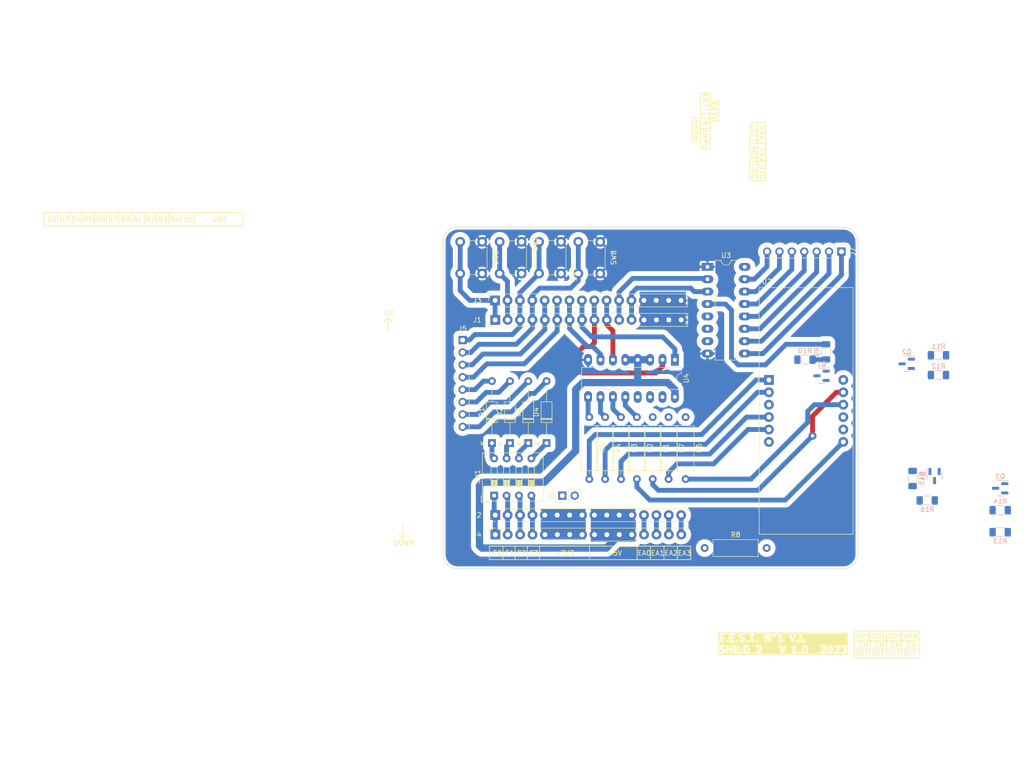
<source format=kicad_pcb>
(kicad_pcb (version 20221018) (generator pcbnew)
  (title_block (title "Shild 1") (date "2023-02-03") (rev "Rev. 2.0") (company "E.E.S.T. N°1 V.L."))
  (layers (0 "F.Cu" signal) (31 "B.Cu" signal) (34 "B.Paste" user) (35 "F.Paste" user) (36 "B.SilkS" user "B.Silkscreen") (37 "F.SilkS" user "F.Silkscreen") (38 "B.Mask" user) (39 "F.Mask" user) (44 "Edge.Cuts" user))
  (net 0 "")
  (net 1 "GND")
  (net 2 "+3.3V")
  (net 3 "Net-(D1-K)")
  (net 4 "Net-(D2-K)")
  (net 5 "Net-(D3-K)")
  (net 6 "Net-(D4-K)")
  (net 7 "+5V")
  (net 8 "/EAE0")
  (net 9 "/EAE1")
  (net 10 "/EAE2")
  (net 11 "/EAE3")
  (net 12 "Net-(D1-A)")
  (net 13 "Net-(D2-A)")
  (net 14 "Net-(D3-A)")
  (net 15 "Net-(D4-A)")
  (net 16 "/PD2{slash}SW5")
  (net 17 "/PD3{slash}SW6")
  (net 18 "/PD4{slash}SW7{slash}F1")
  (net 19 "/PD5{slash}SW8{slash}F2")
  (net 20 "/PD6{slash}F3")
  (net 21 "/PD7{slash}F4")
  (net 22 "/PB0{slash}BCD-A")
  (net 23 "/PB1{slash}BCD-B")
  (net 24 "/PB2{slash}BCD-C")
  (net 25 "/PB3{slash}BCD-D")
  (net 26 "/PB4{slash}S0")
  (net 27 "/PB5{slash}S1")
  (net 28 "/PC0{slash}C1")
  (net 29 "/PC1{slash}C2")
  (net 30 "/PC2{slash}C3")
  (net 31 "/PC3{slash}C4{slash}DP")
  (net 32 "/dp")
  (net 33 "/~{Q3}")
  (net 34 "/~{Q2}")
  (net 35 "/~{Q1}")
  (net 36 "/~{Q0}")
  (net 37 "/A1")
  (net 38 "/A0")
  (net 39 "/~{EN}")
  (net 40 "Net-(Q1-G)")
  (net 41 "/DSP1_d")
  (net 42 "Net-(Q2-G)")
  (net 43 "/DSP2_d")
  (net 44 "Net-(Q3-G)")
  (net 45 "/DSP3_d")
  (net 46 "Net-(Q4-G)")
  (net 47 "/DSP4_d")
  (net 48 "/a")
  (net 49 "Net-(U2-a)")
  (net 50 "/b")
  (net 51 "Net-(U2-b)")
  (net 52 "/c")
  (net 53 "Net-(U2-c)")
  (net 54 "/d")
  (net 55 "Net-(U2-d)")
  (net 56 "/e")
  (net 57 "Net-(U2-e)")
  (net 58 "/f")
  (net 59 "Net-(U2-f)")
  (net 60 "/g")
  (net 61 "Net-(U2-g)")
  (net 62 "Net-(U2-DPX)")
  (net 63 "/DSP1")
  (net 64 "/DSP2")
  (net 65 "/DSP3")
  (net 66 "/DSP4")
  (footprint "Resistor_THT:R_Axial_DIN0309_L9.0mm_D3.2mm_P12.70mm_Horizontal" (layer "F.Cu") (at 166.75 109.17 -90)
    (fp_text reference "R6")
    (fp_text value "220")
  )
  (footprint "Package_DIP:DIP-16_W7.62mm_LongPads" (layer "F.Cu") (at 171.225 78.375)
    (fp_text reference "U3")
    (fp_text value "4556")
  )
  (footprint "Resistor_THT:R_Axial_DIN0309_L9.0mm_D3.2mm_P12.70mm_Horizontal" (layer "F.Cu") (at 147 109.17 -90)
    (fp_text reference "R5")
    (fp_text value "220")
  )
  (footprint "Resistor_THT:R_Axial_DIN0309_L9.0mm_D3.2mm_P12.70mm_Horizontal" (layer "F.Cu") (at 153.5 109.17 -90)
    (fp_text reference "R3")
    (fp_text value "220")
  )
  (footprint "Button_Switch_THT:SW_DIP_SPSTx04_Slide_9.78x12.34mm_W7.62mm_P2.54mm" (layer "F.Cu") (at 127.51 125.25 90)
    (fp_text reference "SW1")
    (fp_text value "SW_DIP_x04")
  )
  (footprint "Diode_THT:D_DO-35_SOD27_P12.70mm_Horizontal" (layer "F.Cu") (at 130.75 114.5 90)
    (fp_text reference "D2")
    (fp_text value "1N4148")
  )
  (footprint "Package_DIP:DIP-16_W7.62mm_LongPads" (layer "F.Cu") (at 164.54 97.425 -90)
    (fp_text reference "U4")
    (fp_text value "74LS47")
  )
  (footprint "Connector_PinHeader_2.54mm:PinHeader_1x16_P2.54mm_Vertical" (layer "F.Cu") (at 127.73 129.25 90)
    (fp_text reference "J2")
    (fp_text value "Conn_01x16 Hembra")
  )
  (footprint "Resistor_THT:R_Axial_DIN0309_L9.0mm_D3.2mm_P12.70mm_Horizontal" (layer "F.Cu") (at 160 109.17 -90)
    (fp_text reference "R1")
    (fp_text value "220")
  )
  (footprint "Diode_THT:D_DO-35_SOD27_P12.70mm_Horizontal" (layer "F.Cu") (at 134.5 114.5 90)
    (fp_text reference "D3")
    (fp_text value "1N4148")
  )
  (footprint "Resistor_THT:R_Axial_DIN0309_L9.0mm_D3.2mm_P12.70mm_Horizontal" (layer "F.Cu") (at 163.25 109.17 -90)
    (fp_text reference "R7")
    (fp_text value "220")
  )
  (footprint "Resistor_THT:R_Axial_DIN0309_L9.0mm_D3.2mm_P12.70mm_Horizontal" (layer "F.Cu") (at 156.75 109.17 -90)
    (fp_text reference "R2")
    (fp_text value "220")
  )
  (footprint "Connector_PinHeader_2.54mm:PinHeader_1x07_P2.54mm_Vertical" (layer "F.Cu") (at 198.67 75.25 -90)
    (fp_text reference "J7")
    (fp_text value "Conn_01x07")
  )
  (footprint "Connector_PinHeader_2.54mm:PinHeader_1x16_P2.54mm_Vertical" (layer "F.Cu") (at 127.73 89.25 90)
    (fp_text reference "J1")
    (fp_text value "Conn_01x16 Hembra")
  )
  (footprint "Resistor_THT:R_Axial_DIN0309_L9.0mm_D3.2mm_P12.70mm_Horizontal" (layer "F.Cu") (at 170.65 136)
    (fp_text reference "R8")
    (fp_text value "220")
  )
  (footprint "Button_Switch_THT:SW_PUSH_6mm_H8mm" (layer "F.Cu") (at 125.05 73.25 -90)
    (fp_text reference "SW5")
    (fp_text value "SW_Push")
  )
  (footprint "Connector_PinHeader_2.54mm:PinHeader_1x02_P2.54mm_Vertical" (layer "F.Cu") (at 141.475 125.25 90)
    (fp_text reference "J6")
    (fp_text value "Conn_01x02")
  )
  (footprint "Connector_PinSocket_2.54mm:PinSocket_1x16_P2.54mm_Vertical" (layer "F.Cu") (at 127.7 85.25 90)
    (fp_text reference "J3")
    (fp_text value "Conn_01x16 Hembra")
  )
  (footprint "Button_Switch_THT:SW_PUSH_6mm_H8mm" (layer "F.Cu") (at 133.133333 73.25 -90)
    (fp_text reference "SW6")
    (fp_text value "SW_Push" hide)
  )
  (footprint "Diode_THT:D_DO-35_SOD27_P12.70mm_Horizontal" (layer "F.Cu") (at 138.25 114.5 90)
    (fp_text reference "D4")
    (fp_text value "1N4148")
  )
  (footprint "Button_Switch_THT:SW_PUSH_6mm_H8mm" (layer "F.Cu") (at 149.25 73.25 -90)
    (fp_text reference "SW8")
    (fp_text value "SW_Push")
  )
  (footprint "Display_7Segment:CA56-12CGKWA" (layer "F.Cu") (at 183.81 101.55)
    (fp_text reference "U2")
    (fp_text value "CA56-12CGKWA")
  )
  (footprint "Diode_THT:D_DO-35_SOD27_P12.70mm_Horizontal" (layer "F.Cu") (at 127.05 114.5 90)
    (fp_text reference "D1")
    (fp_text value "1N4148")
  )
  (footprint "Button_Switch_THT:SW_PUSH_6mm_H8mm" (layer "F.Cu") (at 141.216666 73.25 -90)
    (fp_text reference "SW7")
    (fp_text value "SW_Push")
  )
  (footprint "Resistor_THT:R_Axial_DIN0309_L9.0mm_D3.2mm_P12.70mm_Horizontal" (layer "F.Cu") (at 150.25 109.17 -90)
    (fp_text reference "R4")
    (fp_text value "220")
  )
  (footprint "Connector_PinHeader_2.54mm:PinHeader_1x08_P2.54mm_Vertical" (layer "F.Cu") (at 121.05 93.375)
    (fp_text reference "J5")
    (fp_text value "Conn_01x06")
  )
  (footprint "Connector_PinSocket_2.54mm:PinSocket_1x16_P2.54mm_Vertical" (layer "F.Cu") (at 127.75 133.25 90)
    (fp_text reference "J4")
    (fp_text value "Conn_01x16 Hembra")
  )
  (footprint "Package_TO_SOT_SMD:SOT-23" (layer "B.Cu") (at 212.05 98.25 180)
    (fp_text reference "Q2")
    (fp_text value "BSS84")
  )
  (footprint "Package_TO_SOT_SMD:SOT-23" (layer "B.Cu") (at 217.75 121.25 -90)
    (fp_text reference "Q4")
    (fp_text value "BSS84")
  )
  (footprint "Package_TO_SOT_SMD:SOT-23" (layer "B.Cu") (at 194.6 100.7 180)
    (fp_text reference "Q1")
    (fp_text value "BSS84")
  )
  (footprint "Resistor_SMD:R_1206_3216Metric_Pad1.30x1.75mm_HandSolder" (layer "B.Cu") (at 231.2 132.75)
    (fp_text reference "R13")
    (fp_text value "1K")
  )
  (footprint "Resistor_SMD:R_1206_3216Metric_Pad1.30x1.75mm_HandSolder" (layer "B.Cu") (at 218.55 96.5 180)
    (fp_text reference "R11")
    (fp_text value "1K")
  )
  (footprint "Resistor_SMD:R_1206_3216Metric_Pad1.30x1.75mm_HandSolder" (layer "B.Cu") (at 216.25 126.25)
    (fp_text reference "R16")
    (fp_text value "100K")
  )
  (footprint "Resistor_SMD:R_1206_3216Metric_Pad1.30x1.75mm_HandSolder" (layer "B.Cu") (at 213.25 121.75 90)
    (fp_text reference "R15")
    (fp_text value "1K")
  )
  (footprint "Resistor_SMD:R_1206_3216Metric_Pad1.30x1.75mm_HandSolder" (layer "B.Cu") (at 218.55 100.55 180)
    (fp_text reference "R12")
    (fp_text value "100K")
  )
  (footprint "Resistor_SMD:R_1206_3216Metric_Pad1.30x1.75mm_HandSolder" (layer "B.Cu") (at 191.2 97.4 180)
    (fp_text reference "R10")
    (fp_text value "100K")
  )
  (footprint "Resistor_SMD:R_1206_3216Metric_Pad1.30x1.75mm_HandSolder" (layer "B.Cu") (at 231.2 128.25 180)
    (fp_text reference "R14")
    (fp_text value "100K")
  )
  (footprint "Package_TO_SOT_SMD:SOT-23" (layer "B.Cu") (at 231.2 123.75 180)
    (fp_text reference "Q3")
    (fp_text value "BSS84")
  )
  (footprint "Resistor_SMD:R_1206_3216Metric_Pad1.30x1.75mm_HandSolder" (layer "B.Cu") (at 195.5 95.8 -90)
    (fp_text reference "R9")
    (fp_text value "1K")
  )
  (gr_line (start 183.175 48.75) (end 179.925 48.75) (stroke (width 0.15)) (layer "F.SilkS"))
  (gr_line (start 173.55 48.5) (end 172.3 48.5) (stroke (width 0.15)) (layer "F.SilkS"))
  (gr_line (start 58.3 70) (end 58.3 67.25) (stroke (width 0.15)) (layer "F.SilkS"))
  (gr_line (start 159.55 138.375) (end 159.55 135.625) (stroke (width 0.15)) (layer "F.SilkS"))
  (gr_line (start 171.8 42.75) (end 171.8 54.25) (stroke (width 0.15)) (layer "F.SilkS"))
  (gr_line (start 126.55 135.625) (end 126.55 138.375) (stroke (width 0.15)) (layer "F.SilkS"))
  (gr_line (start 179.925 48.75) (end 179.925 60.75) (stroke (width 0.15)) (layer "F.SilkS"))
  (gr_line (start 43.05 70) (end 43.05 67.25) (stroke (width 0.15)) (layer "F.SilkS"))
  (gr_line (start 38.05 70) (end 38.05 67.25) (stroke (width 0.15)) (layer "F.SilkS"))
  (gr_line (start 63.3 70) (end 63.3 67.25) (stroke (width 0.15)) (layer "F.SilkS"))
  (gr_line (start 45.55 70) (end 45.55 67.25) (stroke (width 0.15)) (layer "F.SilkS"))
  (gr_line (start 35.3 67.25) (end 76.05 67.25) (stroke (width 0.15)) (layer "F.SilkS"))
  (gr_line (start 169.8 50) (end 171.8 50) (stroke (width 0.15)) (layer "F.SilkS"))
  (gr_line (start 168.05 52.75) (end 168.05 47.75) (stroke (width 0.15)) (layer "F.SilkS"))
  (gr_line (start 108.05 133.25) (end 108.8 134) (stroke (width 0.15)) (layer "F.SilkS"))
  (gr_line (start 167.8 135.625) (end 167.8 138.375) (stroke (width 0.15)) (layer "F.SilkS"))
  (gr_line (start 168.05 47.75) (end 169.3 47.75) (stroke (width 0.15)) (layer "F.SilkS"))
  (gr_line (start 156.8 138.375) (end 156.8 135.625) (stroke (width 0.15)) (layer "F.SilkS"))
  (gr_line (start 179.925 60.75) (end 183.175 60.75) (stroke (width 0.15)) (layer "F.SilkS"))
  (gr_line (start 183.175 57.5) (end 179.925 57.5) (stroke (width 0.15)) (layer "F.SilkS"))
  (gr_line (start 173.55 44.25) (end 173.55 48.5) (stroke (width 0.15)) (layer "F.SilkS"))
  (gr_line (start 106.55 89.5) (end 105.8 88.75) (stroke (width 0.15)) (layer "F.SilkS"))
  (gr_line (start 171.8 54.25) (end 169.8 54.25) (stroke (width 0.15)) (layer "F.SilkS"))
  (gr_line (start 201.3 153) (end 201.3 158.5) (stroke (width 0.15)) (layer "F.SilkS"))
  (gr_line (start 76.05 70) (end 35.3 70) (stroke (width 0.15)) (layer "F.SilkS"))
  (gr_line (start 214.55 158.5) (end 214.55 153) (stroke (width 0.15)) (layer "F.SilkS"))
  (gr_line (start 162.3 138.375) (end 162.3 135.625) (stroke (width 0.15)) (layer "F.SilkS"))
  (gr_line (start 76.05 67.25) (end 76.05 70) (stroke (width 0.15)) (layer "F.SilkS"))
  (gr_line (start 169.8 54.25) (end 169.8 42.75) (stroke (width 0.15)) (layer "F.SilkS"))
  (gr_line (start 134.3 138.375) (end 134.3 135.625) (stroke (width 0.15)) (layer "F.SilkS"))
  (gr_line (start 35.25 69.975) (end 35.25 67.225) (stroke (width 0.15)) (layer "F.SilkS"))
  (gr_line (start 50.55 70) (end 50.55 67.25) (stroke (width 0.15)) (layer "F.SilkS"))
  (gr_line (start 172.3 44.25) (end 173.55 44.25) (stroke (width 0.15)) (layer "F.SilkS"))
  (gr_line (start 181.55 60.75) (end 181.55 48.75) (stroke (width 0.15)) (layer "F.SilkS"))
  (gr_line (start 40.55 70) (end 40.55 67.25) (stroke (width 0.15)) (layer "F.SilkS"))
  (gr_line (start 204.55 158.5) (end 204.55 153) (stroke (width 0.15)) (layer "F.SilkS"))
  (gr_line (start 201.3 158.5) (end 214.55 158.5) (stroke (width 0.15)) (layer "F.SilkS"))
  (gr_line (start 211.05 158.5) (end 211.05 153) (stroke (width 0.15)) (layer "F.SilkS"))
  (gr_line (start 214.55 153) (end 201.3 153) (stroke (width 0.15)) (layer "F.SilkS"))
  (gr_line (start 165.05 138.375) (end 165.05 135.625) (stroke (width 0.15)) (layer "F.SilkS"))
  (gr_line (start 207.925 158.5) (end 207.925 153) (stroke (width 0.15)) (layer "F.SilkS"))
  (gr_line (start 201.3 156.75) (end 214.55 156.75) (stroke (width 0.15)) (layer "F.SilkS"))
  (gr_line (start 105.8 88.75) (end 106.55 89.5) (stroke (width 0.15)) (layer "F.SilkS"))
  (gr_line (start 201.3 155) (end 214.55 155) (stroke (width 0.15)) (layer "F.SilkS"))
  (gr_line (start 48.05 70) (end 48.05 67.25) (stroke (width 0.15)) (layer "F.SilkS"))
  (gr_line (start 167.8 138.375) (end 126.55 138.375) (stroke (width 0.15)) (layer "F.SilkS"))
  (gr_line (start 66.05 70) (end 66.05 67.25) (stroke (width 0.15)) (layer "F.SilkS"))
  (gr_line (start 169.8 42.75) (end 171.8 42.75) (stroke (width 0.15)) (layer "F.SilkS"))
  (gr_line (start 129.3 138.375) (end 129.3 135.625) (stroke (width 0.15)) (layer "F.SilkS"))
  (gr_line (start 53.05 70) (end 53.05 67.25) (stroke (width 0.15)) (layer "F.SilkS"))
  (gr_line (start 169.3 52.75) (end 168.05 52.75) (stroke (width 0.15)) (layer "F.SilkS"))
  (gr_line (start 126.55 135.625) (end 167.8 135.625) (stroke (width 0.15)) (layer "F.SilkS"))
  (gr_line (start 108.8 134) (end 109.55 133.25) (stroke (width 0.15)) (layer "F.SilkS"))
  (gr_line (start 105.8 88.75) (end 105.05 89.5) (stroke (width 0.15)) (layer "F.SilkS"))
  (gr_line (start 131.8 138.375) (end 131.8 135.625) (stroke (width 0.15)) (layer "F.SilkS"))
  (gr_line (start 136.8 138.375) (end 136.8 135.625) (stroke (width 0.15)) (layer "F.SilkS"))
  (gr_line (start 169.8 47) (end 171.8 47) (stroke (width 0.15)) (layer "F.SilkS"))
  (gr_line (start 183.175 60.75) (end 183.175 48.75) (stroke (width 0.15)) (layer "F.SilkS"))
  (gr_line (start 183.175 53) (end 179.925 53) (stroke (width 0.15)) (layer "F.SilkS"))
  (gr_line (start 60.8 70) (end 60.8 67.25) (stroke (width 0.15)) (layer "F.SilkS"))
  (gr_line (start 105.8 91.75) (end 105.8 88.75) (stroke (width 0.15)) (layer "F.SilkS"))
  (gr_line (start 147.05 135.625) (end 147.05 138.125) (stroke (width 0.15)) (layer "F.SilkS"))
  (gr_line (start 108.8 134) (end 108.05 133.25) (stroke (width 0.15)) (layer "F.SilkS"))
  (gr_line (start 108.8 134) (end 108.8 131) (stroke (width 0.15)) (layer "F.SilkS"))
  (gr_line (start 55.8 67.25) (end 55.8 70) (stroke (width 0.15)) (layer "F.SilkS"))
  (gr_line (start 202.05 73.25) (end 202.05 137.25) (stroke (width 0.1)) (layer "Edge.Cuts"))
  (gr_arc (start 120.05 140.25) (mid 117.92868 139.37132) (end 117.05 137.25) (stroke (width 0.1)) (layer "Edge.Cuts"))
  (gr_arc (start 202.05 137.25) (mid 201.17132 139.37132) (end 199.05 140.25) (stroke (width 0.1)) (layer "Edge.Cuts"))
  (gr_line (start 117.05 137.25) (end 117.05 73.25) (stroke (width 0.1)) (layer "Edge.Cuts"))
  (gr_arc (start 199.05 70.25) (mid 201.17132 71.12868) (end 202.05 73.25) (stroke (width 0.1)) (layer "Edge.Cuts"))
  (gr_line (start 199.05 140.25) (end 120.05 140.25) (stroke (width 0.1)) (layer "Edge.Cuts"))
  (gr_arc (start 117.05 73.25) (mid 117.92868 71.12868) (end 120.05 70.25) (stroke (width 0.1)) (layer "Edge.Cuts"))
  (gr_line (start 120.05 70.25) (end 199.05 70.25) (stroke (width 0.1)) (layer "Edge.Cuts"))
  (gr_text "+3V3" (at 139.8 137.625) (layer "F.SilkS") (effects (font (size 1 1)) (justify left bottom)))
  (gr_text "B1" (at 171.55 49.5 90) (layer "F.SilkS") (effects (font (size 1 1)) (justify left bottom)))
  (gr_text "EA1" (at 159.55 137.625) (layer "F.SilkS") (effects (font (size 1 1)) (justify left bottom)))
  (gr_text "OFF" (at 183.175 60.5 90) (layer "F.SilkS") (effects (font (size 1 1)) (justify left bottom)))
  (gr_text "B4" (at 61.05 69.25) (layer "F.SilkS") (effects (font (size 1 1)) (justify left bottom)))
  (gr_text "C3" (at 134.55 137.625) (layer "F.SilkS") (effects (font (size 1 1)) (justify left bottom)))
  (gr_text "EA2" (at 162.3 137.625) (layer "F.SilkS") (effects (font (size 1 1)) (justify left bottom)))
  (gr_text "D4" (at 40.8 69.25) (layer "F.SilkS") (effects (font (size 1 1)) (justify left bottom)))
  (gr_text "ON" (at 202.05 156.5) (layer "F.SilkS") (effects (font (size 1 1)) (justify left bottom)))
  (gr_text "OFF" (at 204.8 158.25) (layer "F.SilkS") (effects (font (size 1 1)) (justify left bottom)))
  (gr_text "D3" (at 38.3 69.25) (layer "F.SilkS") (effects (font (size 1 1)) (justify left bottom)))
  (gr_text "ON" (at 181.425 60.5 90) (layer "F.SilkS") (effects (font (size 1 1)) (justify left bottom)))
  (gr_text "PWMR" (at 171.55 54.25 90) (layer "F.SilkS") (effects (font (size 1 1)) (justify left bottom)))
  (gr_text "EA3" (at 165.05 137.625) (layer "F.SilkS") (effects (font (size 1 1)) (justify left bottom)))
  (gr_text "DP5" (at 201.55 154.75) (layer "F.SilkS") (effects (font (size 1 1)) (justify left bottom)))
  (gr_text "PWMR" (at 169.55 52.5 90) (layer "F.SilkS") (effects (font (size 1 1)) (justify left bottom)))
  (gr_text "OFF" (at 211.3 158.25) (layer "F.SilkS") (effects (font (size 1 1)) (justify left bottom)))
  (gr_text "D2" (at 35.8 69.25) (layer "F.SilkS") (effects (font (size 1 1)) (justify left bottom)))
  (gr_text "LED3" (at 173.3 48.25 90) (layer "F.SilkS") (effects (font (size 1 1)) (justify left bottom)))
  (gr_text "DOWN" (at 106.8 135.5) (layer "F.SilkS") (effects (font (size 1 1)) (justify left bottom)))
  (gr_text "C2" (at 132.05 137.625) (layer "F.SilkS") (effects (font (size 1 1)) (justify left bottom)))
  (gr_text "C0" (at 127.05 137.625) (layer "F.SilkS") (effects (font (size 1 1)) (justify left bottom)))
  (gr_text "ON" (at 208.55 156.5) (layer "F.SilkS") (effects (font (size 1 1)) (justify left bottom)))
  (gr_text "UP" (at 104.8 88.5) (layer "F.SilkS") (effects (font (size 1 1)) (justify left bottom)))
  (gr_text "+5V" (at 150.55 137.625) (layer "F.SilkS") (effects (font (size 1 1)) (justify left bottom)))
  (gr_text "LED3" (at 171.55 46.5 90) (layer "F.SilkS") (effects (font (size 1 1)) (justify left bottom)))
  (gr_text "DP8" (at 211.3 154.75) (layer "F.SilkS") (effects (font (size 1 1)) (justify left bottom)))
  (gr_text "D6" (at 45.8 69.25) (layer "F.SilkS") (effects (font (size 1 1)) (justify left bottom)))
  (gr_text "PB5" (at 183.175 52.5 90) (layer "F.SilkS") (effects (font (size 1 1)) (justify left bottom)))
  (gr_text "E.E.S.T. N°1 V.L\nSHILD 2   V 1.0  2023" (at 173.3 157.75) (layer "F.SilkS" knockout) (effects (font (size 1.5 1.5) (thickness 0.3) bold) (justify left bottom)))
  (gr_text "DP7" (at 208.05 154.75) (layer "F.SilkS") (effects (font (size 1 1)) (justify left bottom)))
  (gr_text "LED7" (at 181.425 52.75 90) (layer "F.SilkS") (effects (font (size 1 1)) (justify left bottom)))
  (gr_text "OFF" (at 208.05 158.25) (layer "F.SilkS") (effects (font (size 1 1)) (justify left bottom)))
  (gr_text "B1" (at 53.3 69.25) (layer "F.SilkS") (effects (font (size 1 1)) (justify left bottom)))
  (gr_text "EA0" (at 156.8 137.625) (layer "F.SilkS") (effects (font (size 1 1)) (justify left bottom)))
  (gr_text "ON" (at 205.3 156.5) (layer "F.SilkS") (effects (font (size 1 1)) (justify left bottom)))
  (gr_text "LED6" (at 181.425 57.25 90) (layer "F.SilkS") (effects (font (size 1 1)) (justify left bottom)))
  (gr_text "C1" (at 129.55 137.625) (layer "F.SilkS") (effects (font (size 1 1)) (justify left bottom)))
  (gr_text "PB4" (at 183.175 57 90) (layer "F.SilkS") (effects (font (size 1 1)) (justify left bottom)))
  (gr_text "DP6" (at 204.8 154.75) (layer "F.SilkS") (effects (font (size 1 1)) (justify left bottom)))
  (gr_text "B5" (at 63.8 69.25) (layer "F.SilkS") (effects (font (size 1 1)) (justify left bottom)))
  (gr_text "D5" (at 43.3 69.25) (layer "F.SilkS") (effects (font (size 1 1)) (justify left bottom)))
  (gr_text "B2" (at 56.05 69.25) (layer "F.SilkS") (effects (font (size 1 1)) (justify left bottom)))
  (gr_text "OFF" (at 201.55 158.25) (layer "F.SilkS") (effects (font (size 1 1)) (justify left bottom)))
  (gr_text "B3" (at 58.55 69.25) (layer "F.SilkS") (effects (font (size 1 1)) (justify left bottom)))
  (gr_text "D7" (at 48.3 69.25) (layer "F.SilkS") (effects (font (size 1 1)) (justify left bottom)))
  (gr_text "GND" (at 69.55 69.25) (layer "F.SilkS") (effects (font (size 1 1)) (justify left bottom)))
  (gr_text "B0" (at 50.8 69.25) (layer "F.SilkS") (effects (font (size 1 1)) (justify left bottom)))
  (gr_text "ON" (at 211.8 156.5) (layer "F.SilkS") (effects (font (size 1 1)) (justify left bottom)))
  (segment (start 160.75 89.25) (end 160.72 89.22) (width 1) (layer "B.Cu") (net 1))
  (segment (start 165.8 85.25) (end 165.8 89.22) (width 1) (layer "B.Cu") (net 1))
  (segment (start 158.18 89.22) (end 158.21 89.25) (width 1) (layer "B.Cu") (net 1))
  (segment (start 163.29 89.25) (end 165.83 89.25) (width 1) (layer "B.Cu") (net 1))
  (segment (start 160.72 89.22) (end 160.72 85.25) (width 1) (layer "B.Cu") (net 1))
  (segment (start 163.26 89.22) (end 163.29 89.25) (width 1) (layer "B.Cu") (net 1))
  (segment (start 158.21 89.25) (end 160.75 89.25) (width 1) (layer "B.Cu") (net 1))
  (segment (start 163.26 85.25) (end 165.8 85.25) (width 1) (layer "B.Cu") (net 1))
  (segment (start 160.72 85.25) (end 158.18 85.25) (width 1) (layer "B.Cu") (net 1))
  (segment (start 158.18 85.25) (end 158.18 89.22) (width 1) (layer "B.Cu") (net 1))
  (segment (start 163.26 85.25) (end 163.26 89.22) (width 1) (layer "B.Cu") (net 1))
  (segment (start 165.8 89.22) (end 165.83 89.25) (width 1) (layer "B.Cu") (net 1))
  (segment (start 160.75 89.25) (end 163.29 89.25) (width 1) (layer "B.Cu") (net 1))
  (segment (start 160.72 85.25) (end 163.26 85.25) (width 1) (layer "B.Cu") (net 1))
  (segment (start 145.51 129.25) (end 145.51 133.23) (width 1) (layer "B.Cu") (net 2))
  (segment (start 145.53 133.25) (end 142.99 133.25) (width 1) (layer "B.Cu") (net 2))
  (segment (start 140.43 129.25) (end 142.97 129.25) (width 1) (layer "B.Cu") (net 2))
  (segment (start 137.89 129.25) (end 137.89 133.23) (width 1) (layer "B.Cu") (net 2))
  (segment (start 142.99 133.25) (end 140.45 133.25) (width 1) (layer "B.Cu") (net 2))
  (segment (start 142.97 129.25) (end 142.97 133.23) (width 1) (layer "B.Cu") (net 2))
  (segment (start 137.91 133.25) (end 140.45 133.25) (width 1) (layer "B.Cu") (net 2))
  (segment (start 142.97 129.25) (end 145.51 129.25) (width 1) (layer "B.Cu") (net 2))
  (segment (start 137.89 129.25) (end 140.43 129.25) (width 1) (layer "B.Cu") (net 2))
  (segment (start 140.43 129.25) (end 140.43 133.23) (width 1) (layer "B.Cu") (net 2))
  (segment (start 127.05 114.5) (end 127.05 117.17) (width 1) (layer "B.Cu") (net 3))
  (segment (start 127.05 117.17) (end 127.51 117.63) (width 1) (layer "B.Cu") (net 3))
  (segment (start 130.05 115.2) (end 130.05 117.63) (width 1) (layer "B.Cu") (net 4))
  (segment (start 130.75 114.5) (end 130.05 115.2) (width 1) (layer "B.Cu") (net 4))
  (segment (start 134.5 114.5) (end 132.59 116.41) (width 1) (layer "B.Cu") (net 5))
  (segment (start 132.59 116.41) (end 132.59 117.63) (width 1) (layer "B.Cu") (net 5))
  (segment (start 135.13 117.63) (end 135.13 117.62) (width 1) (layer "B.Cu") (net 6))
  (segment (start 135.13 117.62) (end 138.25 114.5) (width 1) (layer "B.Cu") (net 6))
  (segment (start 148.05 129.25) (end 150.59 129.25) (width 1) (layer "B.Cu") (net 7))
  (segment (start 156.92 97.425) (end 159.45 97.425) (width 1.5) (layer "B.Cu") (net 7))
  (segment (start 152 134.5) (end 150.5 136) (width 1.5) (layer "B.Cu") (net 7))
  (segment (start 163.056245 102.095) (end 164.55 103.588755) (width 1.5) (layer "B.Cu") (net 7))
  (segment (start 150.59 129.25) (end 150.59 133.23) (width 1) (layer "B.Cu") (net 7))
  (segment (start 152 133.25) (end 153.15 133.25) (width 1) (layer "B.Cu") (net 7))
  (segment (start 155.67 129.25) (end 155.67 133.23) (width 1) (layer "B.Cu") (net 7))
  (segment (start 153.13 129.25) (end 150.59 129.25) (width 1) (layer "B.Cu") (net 7))
  (segment (start 124.5 123.16) (end 125.16 122.5) (width 1.5) (layer "B.Cu") (net 7))
  (segment (start 157.25 102.095) (end 163.056245 102.095) (width 1.5) (layer "B.Cu") (net 7))
  (segment (start 156.92 97.425) (end 156.92 101.765) (width 1.5) (layer "B.Cu") (net 7))
  (segment (start 144.21 116.098044) (end 144.21 103.54) (width 1.5) (layer "B.Cu") (net 7))
  (segment (start 145.655 102.095) (end 157.25 102.095) (width 1.5) (layer "B.Cu") (net 7))
  (segment (start 152 133.25) (end 152 134.5) (width 1.5) (layer "B.Cu") (net 7))
  (segment (start 150.61 133.25) (end 152 133.25) (width 1) (layer "B.Cu") (net 7))
  (segment (start 153.15 133.25) (end 155.69 133.25) (width 1) (layer "B.Cu") (net 7))
  (segment (start 156.92 101.765) (end 157.25 102.095) (width 1.5) (layer "B.Cu") (net 7))
  (segment (start 148.07 133.25) (end 150.61 133.25) (width 1) (layer "B.Cu") (net 7))
  (segment (start 125 136) (end 124.5 135.5) (width 1.5) (layer "B.Cu") (net 7))
  (segment (start 124.5 135.5) (end 124.5 123.16) (width 1.5) (layer "B.Cu") (net 7))
  (segment (start 153.13 129.25) (end 153.13 133.23) (width 1) (layer "B.Cu") (net 7))
  (segment (start 164.55 103.588755) (end 164.55 105.045) (width 1.5) (layer "B.Cu") (net 7))
  (segment (start 148.05 129.25) (end 148.05 133.23) (width 1) (layer "B.Cu") (net 7))
  (segment (start 125.16 122.5) (end 137.808044 122.5) (width 1.5) (layer "B.Cu") (net 7))
  (segment (start 144.21 103.54) (end 145.655 102.095) (width 1.5) (layer "B.Cu") (net 7))
  (segment (start 155.67 129.25) (end 153.13 129.25) (width 1) (layer "B.Cu") (net 7))
  (segment (start 156.92 97.425) (end 154.39 97.425) (width 1.5) (layer "B.Cu") (net 7))
  (segment (start 137.808044 122.5) (end 144.21 116.098044) (width 1.5) (layer "B.Cu") (net 7))
  (segment (start 150.5 136) (end 125 136) (width 1.5) (layer "B.Cu") (net 7))
  (segment (start 158.21 129.25) (end 158.21 133.23) (width 1) (layer "B.Cu") (net 8))
  (segment (start 160.75 129.25) (end 160.75 133.23) (width 1) (layer "B.Cu") (net 9))
  (segment (start 163.29 129.25) (end 163.29 133.23) (width 1) (layer "B.Cu") (net 10))
  (segment (start 165.83 129.25) (end 165.83 133.23) (width 1) (layer "B.Cu") (net 11))
  (segment (start 123.575281 103.535) (end 125.310281 101.8) (width 1) (layer "B.Cu") (net 12))
  (segment (start 121.05 103.535) (end 123.575281 103.535) (width 1) (layer "B.Cu") (net 12))
  (segment (start 125.310281 101.8) (end 127.05 101.8) (width 1) (layer "B.Cu") (net 12))
  (segment (start 128.45 104.1) (end 125.85 104.1) (width 1) (layer "B.Cu") (net 13))
  (segment (start 125.85 104.1) (end 123.875 106.075) (width 1) (layer "B.Cu") (net 13))
  (segment (start 123.875 106.075) (end 121.05 106.075) (width 1) (layer "B.Cu") (net 13))
  (segment (start 130.75 101.8) (end 128.45 104.1) (width 1) (layer "B.Cu") (net 13))
  (segment (start 121.05 108.615) (end 124.163427 108.615) (width 1) (layer "B.Cu") (net 14))
  (segment (start 130.2 106.1) (end 134.5 101.8) (width 1) (layer "B.Cu") (net 14))
  (segment (start 124.163427 108.615) (end 126.678427 106.1) (width 1) (layer "B.Cu") (net 14))
  (segment (start 126.678427 106.1) (end 130.2 106.1) (width 1) (layer "B.Cu") (net 14))
  (segment (start 131.028428 108.1) (end 134.814214 104.314214) (width 1) (layer "B.Cu") (net 15))
  (segment (start 121.05 111.155) (end 124.451855 111.155) (width 1) (layer "B.Cu") (net 15))
  (segment (start 127.506854 108.1) (end 131.028428 108.1) (width 1) (layer "B.Cu") (net 15))
  (segment (start 124.451855 111.155) (end 127.506854 108.1) (width 1) (layer "B.Cu") (net 15))
  (segment (start 135.735786 104.314214) (end 138.25 101.8) (width 1) (layer "B.Cu") (net 15))
  (segment (start 134.814214 104.314214) (end 135.735786 104.314214) (width 1) (layer "B.Cu") (net 15))
  (segment (start 127.7 85.25) (end 127.7 89.22) (width 1) (layer "B.Cu") (net 16))
  (segment (start 127.7 85.25) (end 122.55 85.25) (width 1) (layer "B.Cu") (net 16))
  (segment (start 120.55 83.25) (end 120.55 79.75) (width 1) (layer "B.Cu") (net 16))
  (segment (start 127.7 89.22) (end 127.73 89.25) (width 1) (layer "B.Cu") (net 16))
  (segment (start 127.73 89.25) (end 127.63 89.35) (width 1) (layer "B.Cu") (net 16))
  (segment (start 120.55 79.75) (end 120.55 73.25) (width 1) (layer "B.Cu") (net 16))
  (segment (start 122.55 85.25) (end 120.55 83.25) (width 1) (layer "B.Cu") (net 16))
  (segment (start 130.24 85.25) (end 130.24 89.22) (width 1) (layer "B.Cu") (net 17))
  (segment (start 128.633333 73.25) (end 128.633333 79.75) (width 1) (layer "B.Cu") (net 17))
  (segment (start 130.24 89.22) (end 130.27 89.25) (width 1) (layer "B.Cu") (net 17))
  (segment (start 130.24 81.356667) (end 130.24 85.25) (width 1) (layer "B.Cu") (net 17))
  (segment (start 128.633333 79.75) (end 130.24 81.356667) (width 1) (layer "B.Cu") (net 17))
  (segment (start 122.421572 93.375) (end 123.546573 92.25) (width 1) (layer "B.Cu") (net 18))
  (segment (start 132.78 85.25) (end 132.78 89.22) (width 1) (layer "B.Cu") (net 18))
  (segment (start 131.224213 92.25) (end 132.81 90.664213) (width 1) (layer "B.Cu") (net 18))
  (segment (start 132.81 90.664213) (end 132.81 89.25) (width 1) (layer "B.Cu") (net 18))
  (segment (start 132.78 85.25) (end 132.78 83.686666) (width 1) (layer "B.Cu") (net 18))
  (segment (start 136.716666 73.25) (end 136.716666 79.75) (width 1) (layer "B.Cu") (net 18))
  (segment (start 132.78 83.686666) (end 136.716666 79.75) (width 1) (layer "B.Cu") (net 18))
  (segment (start 121.05 93.375) (end 122.421572 93.375) (width 1) (layer "B.Cu") (net 18))
  (segment (start 132.78 89.22) (end 132.81 89.25) (width 1) (layer "B.Cu") (net 18))
  (segment (start 123.546573 92.25) (end 131.224213 92.25) (width 1) (layer "B.Cu") (net 18))
  (segment (start 135.32 85.25) (end 135.32 89.22) (width 1) (layer "B.Cu") (net 19))
  (segment (start 135.32 89.22) (end 135.35 89.25) (width 1) (layer "B.Cu") (net 19))
  (segment (start 124.375 94.25) (end 132.05264 94.25) (width 1) (layer "B.Cu") (net 19))
  (segment (start 144.75 81.164213) (end 144.75 79.75) (width 1) (layer "B.Cu") (net 19))
  (segment (start 135.35 90.952641) (end 135.35 89.25) (width 1) (layer "B.Cu") (net 19))
  (segment (start 121.05 95.915) (end 122.71 95.915) (width 1) (layer "B.Cu") (net 19))
  (segment (start 143.164213 82.75) (end 144.75 81.164213) (width 1) (layer "B.Cu") (net 19))
  (segment (start 135.32 85.25) (end 135.32 84.254466) (width 1) (layer "B.Cu") (net 19))
  (segment (start 132.05264 94.25) (end 135.35 90.952641) (width 1) (layer "B.Cu") (net 19))
  (segment (start 122.71 95.915) (end 124.375 94.25) (width 1) (layer "B.Cu") (net 19))
  (segment (start 136.824466 82.75) (end 143.164213 82.75) (width 1) (layer "B.Cu") (net 19))
  (segment (start 135.32 84.254466) (end 136.824466 82.75) (width 1) (layer "B.Cu") (net 19))
  (segment (start 144.75 79.75) (end 144.75 73.25) (width 1) (layer "B.Cu") (net 19))
  (segment (start 121.05 98.455) (end 122.998427 98.455) (width 1) (layer "B.Cu") (net 20))
  (segment (start 137.89 91.241069) (end 137.89 89.25) (width 1) (layer "B.Cu") (net 20))
  (segment (start 122.998427 98.455) (end 125.203427 96.25) (width 1) (layer "B.Cu") (net 20))
  (segment (start 125.203427 96.25) (end 132.881067 96.25) (width 1) (layer "B.Cu") (net 20))
  (segment (start 137.86 89.22) (end 137.89 89.25) (width 1) (layer "B.Cu") (net 20))
  (segment (start 137.86 85.25) (end 137.86 89.22) (width 1) (layer "B.Cu") (net 20))
  (segment (start 132.881067 96.25) (end 137.89 91.241069) (width 1) (layer "B.Cu") (net 20))
  (segment (start 126.031854 98.25) (end 133.709497 98.25) (width 1) (layer "B.Cu") (net 21))
  (segment (start 121.05 100.995) (end 123.286854 100.995) (width 1) (layer "B.Cu") (net 21))
  (segment (start 123.286854 100.995) (end 126.031854 98.25) (width 1) (layer "B.Cu") (net 21))
  (segment (start 133.709497 98.25) (end 140.43 91.529497) (width 1) (layer "B.Cu") (net 21))
  (segment (start 140.4 85.25) (end 140.4 89.22) (width 1) (layer "B.Cu") (net 21))
  (segment (start 140.43 91.529497) (end 140.43 89.25) (width 1) (layer "B.Cu") (net 21))
  (segment (start 140.4 89.22) (end 140.43 89.25) (width 1) (layer "B.Cu") (net 21))
  (segment (start 142.97 89.25) (end 142.97 91.048428) (width 1) (layer "B.Cu") (net 22))
  (segment (start 142.94 85.25) (end 142.94 89.22) (width 1) (layer "B.Cu") (net 22))
  (segment (start 142.97 91.048428) (end 146.646572 94.725) (width 1) (layer "B.Cu") (net 22))
  (segment (start 146.646572 94.725) (end 147.725 94.725) (width 1) (layer "B.Cu") (net 22))
  (segment (start 147.725 94.725) (end 149.3 96.3) (width 1) (layer "B.Cu") (net 22))
  (segment (start 149.3 96.3) (end 149.3 97.425) (width 1) (layer "B.Cu") (net 22))
  (segment (start 142.94 89.22) (end 142.97 89.25) (width 1) (layer "B.Cu") (net 22))
  (segment (start 164.54 97.425) (end 164.54 95.225) (width 1) (layer "B.Cu") (net 23))
  (segment (start 162.04 92.725) (end 147.475 92.725) (width 1) (layer "B.Cu") (net 23))
  (segment (start 145.51 85.28) (end 145.48 85.25) (width 1) (layer "B.Cu") (net 23))
  (segment (start 145.51 90.76) (end 145.51 89.25) (width 1) (layer "B.Cu") (net 23))
  (segment (start 147.475 92.725) (end 145.51 90.76) (width 1) (layer "B.Cu") (net 23))
  (segment (start 145.51 89.25) (end 145.51 85.28) (width 1) (layer "B.Cu") (net 23))
  (segment (start 164.54 95.225) (end 162.04 92.725) (width 1) (layer "B.Cu") (net 23))
  (segment (start 144.46 98.96) (end 144.46 96.072309) (width 1) (layer "F.Cu") (net 24))
  (segment (start 148.05 93.95) (end 148.05 89.25) (width 1) (layer "F.Cu") (net 24))
  (segment (start 160.625 100.125) (end 145.625 100.125) (width 1) (layer "F.Cu") (net 24))
  (segment (start 162 97.425) (end 162 98.75) (width 1) (layer "F.Cu") (net 24))
  (segment (start 144.46 96.072309) (end 145.807309 94.725) (width 1) (layer "F.Cu") (net 24))
  (segment (start 145.625 100.125) (end 144.46 98.96) (width 1) (layer "F.Cu") (net 24))
  (segment (start 145.807309 94.725) (end 147.275 94.725) (width 1) (layer "F.Cu") (net 24))
  (segment (start 162 98.75) (end 160.625 100.125) (width 1) (layer "F.Cu") (net 24))
  (segment (start 147.275 94.725) (end 148.05 93.95) (width 1) (layer "F.Cu") (net 24))
  (segment (start 148.02 89.22) (end 148.05 89.25) (width 1) (layer "B.Cu") (net 24))
  (segment (start 148.02 85.25) (end 148.02 89.22) (width 1) (layer "B.Cu") (net 24))
  (segment (start 151.84 91.495534) (end 150.59 90.245534) (width 1) (layer "F.Cu") (net 25))
  (segment (start 150.59 90.245534) (end 150.59 89.25) (width 1) (layer "F.Cu") (net 25))
  (segment (start 151.84 97.425) (end 151.84 91.495534) (width 1) (layer "F.Cu") (net 25))
  (segment (start 150.56 85.25) (end 150.56 89.22) (width 1) (layer "B.Cu") (net 25))
  (segment (start 150.56 89.22) (end 150.59 89.25) (width 1) (layer "B.Cu") (net 25))
  (segment (start 153.1 85.25) (end 153.1 89.22) (width 1) (layer "B.Cu") (net 26))
  (segment (start 171.225 80.915) (end 171.06 80.75) (width 1) (layer "B.Cu") (net 26))
  (segment (start 153.1 89.22) (end 153.13 89.25) (width 1) (layer "B.Cu") (net 26))
  (segment (start 171.06 80.75) (end 155.89736 80.75) (width 1) (layer "B.Cu") (net 26))
  (segment (start 155.89736 80.75) (end 153.1 83.547359) (width 1) (layer "B.Cu") (net 26))
  (segment (start 153.1 83.547359) (end 153.1 85.25) (width 1) (layer "B.Cu") (net 26))
  (segment (start 155.67 89.25) (end 155.67 85.28) (width 1) (layer "B.Cu") (net 27))
  (segment (start 155.64 83.835787) (end 155.64 85.25) (width 1) (layer "B.Cu") (net 27))
  (segment (start 156.725787 82.75) (end 155.64 83.835787) (width 1) (layer "B.Cu") (net 27))
  (segment (start 168.505 83.455) (end 167.8 82.75) (width 1) (layer "B.Cu") (net 27))
  (segment (start 167.8 82.75) (end 156.725787 82.75) (width 1) (layer "B.Cu") (net 27))
  (segment (start 171.225 83.455) (end 168.505 83.455) (width 1) (layer "B.Cu") (net 27))
  (segment (start 127.73 129.25) (end 127.73 133.23) (width 1) (layer "B.Cu") (net 28))
  (segment (start 127.51 129.03) (end 127.73 129.25) (width 1) (layer "B.Cu") (net 28))
  (segment (start 127.51 125.25) (end 127.51 129.03) (width 1) (layer "B.Cu") (net 28))
  (segment (start 130.27 125.47) (end 130.27 129.25) (width 1) (layer "B.Cu") (net 29))
  (segment (start 130.05 125.25) (end 130.27 125.47) (width 1) (layer "B.Cu") (net 29))
  (segment (start 130.27 129.25) (end 130.27 133.23) (width 1) (layer "B.Cu") (net 29))
  (segment (start 132.81 125.47) (end 132.81 129.25) (width 1) (layer "B.Cu") (net 30))
  (segment (start 132.81 129.25) (end 132.81 133.23) (width 1) (layer "B.Cu") (net 30))
  (segment (start 132.59 125.25) (end 132.81 125.47) (width 1) (layer "B.Cu") (net 30))
  (segment (start 135.35 129.25) (end 135.35 133.23) (width 1) (layer "B.Cu") (net 31))
  (segment (start 135.35 125.47) (end 135.35 129.25) (width 1) (layer "B.Cu") (net 31))
  (segment (start 182.565567 96.155) (end 198.67 80.050567) (width 1) (layer "B.Cu") (net 33))
  (segment (start 198.67 80.050567) (end 198.67 75.25) (width 1) (layer "B.Cu") (net 33))
  (segment (start 178.845 96.155) (end 182.565567 96.155) (width 1) (layer "B.Cu") (net 33))
  (segment (start 182.277139 93.615) (end 196.13 79.762139) (width 1) (layer "B.Cu") (net 34))
  (segment (start 196.13 79.762139) (end 196.13 75.25) (width 1) (layer "B.Cu") (net 34))
  (segment (start 178.845 93.615) (end 182.277139 93.615) (width 1) (layer "B.Cu") (net 34))
  (segment (start 193.59 79.473711) (end 193.59 75.25) (width 1) (layer "B.Cu") (net 35))
  (segment (start 181.988711 91.075) (end 193.59 79.473711) (width 1) (layer "B.Cu") (net 35))
  (segment (start 178.845 91.075) (end 181.988711 91.075) (width 1) (layer "B.Cu") (net 35))
  (segment (start 181.700283 88.535) (end 191.05 79.185283) (width 1) (layer "B.Cu") (net 36))
  (segment (start 191.05 79.185283) (end 191.05 75.25) (width 1) (layer "B.Cu") (net 36))
  (segment (start 178.845 88.535) (end 181.700283 88.535) (width 1) (layer "B.Cu") (net 36))
  (segment (start 178.845 85.995) (end 181.411856 85.995) (width 1) (layer "B.Cu") (net 37))
  (segment (start 181.411856 85.995) (end 188.51 78.896856) (width 1) (layer "B.Cu") (net 37))
  (segment (start 188.51 78.896856) (end 188.51 75.25) (width 1) (layer "B.Cu") (net 37))
  (segment (start 185.97 78.608428) (end 185.97 75.25) (width 1) (layer "B.Cu") (net 38))
  (segment (start 181.123428 83.455) (end 185.97 78.608428) (width 1) (layer "B.Cu") (net 38))
  (segment (start 178.845 83.455) (end 181.123428 83.455) (width 1) (layer "B.Cu") (net 38))
  (segment (start 180.835 80.915) (end 183.43 78.32) (width 1) (layer "B.Cu") (net 39))
  (segment (start 178.845 80.915) (end 180.835 80.915) (width 1) (layer "B.Cu") (net 39))
  (segment (start 183.43 78.32) (end 183.43 75.25) (width 1) (layer "B.Cu") (net 39))
  (segment (start 192.75 97.4) (end 195.45 97.4) (width 1) (layer "B.Cu") (net 40))
  (segment (start 195.45 97.4) (end 195.5 97.35) (width 1) (layer "B.Cu") (net 40))
  (segment (start 197.635787 104.09) (end 199.05 104.09) (width 1) (layer "F.Cu") (net 49))
  (segment (start 192.75 113) (end 192.75 108.975787) (width 1) (layer "F.Cu") (net 49))
  (segment (start 192.75 108.975787) (end 197.635787 104.09) (width 1) (layer "F.Cu") (net 49))
  (via (at 192.75 113) (size 1.6) (drill 0.7) (layers "F.Cu" "B.Cu") (net 49))
  (segment (start 161.16863 124.17) (end 181.58 124.17) (width 1) (layer "B.Cu") (net 49))
  (segment (start 181.58 124.17) (end 192.75 113) (width 1) (layer "B.Cu") (net 49))
  (segment (start 160 123.00137) (end 161.16863 124.17) (width 1) (layer "B.Cu") (net 49))
  (segment (start 160 121.87) (end 160 123.00137) (width 1) (layer "B.Cu") (net 49))
  (segment (start 154.38 106.797308) (end 156.75 109.167308) (width 1) (layer "B.Cu") (net 50))
  (segment (start 154.38 105.045) (end 154.38 106.797308) (width 1) (layer "B.Cu") (net 50))
  (segment (start 156.75 109.167308) (end 156.75 109.17) (width 1) (layer "B.Cu") (net 50))
  (segment (start 187.13 126.17) (end 199.05 114.25) (width 1) (layer "B.Cu") (net 51))
  (segment (start 156.75 123.5) (end 159.42 126.17) (width 1) (layer "B.Cu") (net 51))
  (segment (start 156.75 121.87) (end 156.75 123.5) (width 1) (layer "B.Cu") (net 51))
  (segment (start 159.42 126.17) (end 187.13 126.17) (width 1) (layer "B.Cu") (net 51))
  (segment (start 153.5 109.167308) (end 153.5 109.17) (width 1) (layer "B.Cu") (net 52))
  (segment (start 151.84 107.507308) (end 153.5 109.167308) (width 1) (layer "B.Cu") (net 52))
  (segment (start 151.84 105.045) (end 151.84 107.507308) (width 1) (layer "B.Cu") (net 52))
  (segment (start 179.236856 109.17) (end 183.81 109.17) (width 1) (layer "B.Cu") (net 53))
  (segment (start 153.5 118.25) (end 155 116.75) (width 1) (layer "B.Cu") (net 53))
  (segment (start 171.656856 116.75) (end 179.236856 109.17) (width 1) (layer "B.Cu") (net 53))
  (segment (start 155 116.75) (end 171.656856 116.75) (width 1) (layer "B.Cu") (net 53))
  (segment (start 153.5 121.87) (end 153.5 118.25) (width 1) (layer "B.Cu") (net 53))
  (segment (start 149.3 108.22) (end 150.25 109.17) (width 1) (layer "B.Cu") (net 54))
  (segment (start 149.3 105.045) (end 149.3 108.22) (width 1) (layer "B.Cu") (net 54))
  (segment (start 181.488428 104.09) (end 183.81 104.09) (width 1) (layer "B.Cu") (net 55))
  (segment (start 170.828428 114.75) (end 181.488428 104.09) (width 1) (layer "B.Cu") (net 55))
  (segment (start 150.25 116) (end 151.5 114.75) (width 1) (layer "B.Cu") (net 55))
  (segment (start 150.25 121.87) (end 150.25 116) (width 1) (layer "B.Cu") (net 55))
  (segment (start 151.5 114.75) (end 170.828428 114.75) (width 1) (layer "B.Cu") (net 55))
  (segment (start 146.76 105.045) (end 146.76 108.93) (width 1) (layer "B.Cu") (net 56))
  (segment (start 146.76 108.93) (end 147 109.17) (width 1) (layer "B.Cu") (net 56))
  (segment (start 147 114) (end 148.25 112.75) (width 1) (layer "B.Cu") (net 57))
  (segment (start 148.25 112.75) (end 170 112.75) (width 1) (layer "B.Cu") (net 57))
  (segment (start 147 121.87) (end 147 114) (width 1) (layer "B.Cu") (net 57))
  (segment (start 170 112.75) (end 181.2 101.55) (width 1) (layer "B.Cu") (net 57))
  (segment (start 181.2 101.55) (end 183.81 101.55) (width 1) (layer "B.Cu") (net 57))
  (segment (start 193.12 106.63) (end 199.05 106.63) (width 1) (layer "B.Cu") (net 59))
  (segment (start 191.75 110.25) (end 191.75 108) (width 1) (layer "B.Cu") (net 59))
  (segment (start 180.13 121.87) (end 191.75 110.25) (width 1) (layer "B.Cu") (net 59))
  (segment (start 166.75 121.87) (end 180.13 121.87) (width 1) (layer "B.Cu") (net 59))
  (segment (start 191.75 108) (end 193.12 106.63) (width 1) (layer "B.Cu") (net 59))
  (segment (start 163.25 120.5) (end 165 118.75) (width 1) (layer "B.Cu") (net 61))
  (segment (start 165 118.75) (end 172.485284 118.75) (width 1) (layer "B.Cu") (net 61))
  (segment (start 179.525284 111.71) (end 183.81 111.71) (width 1) (layer "B.Cu") (net 61))
  (segment (start 172.485284 118.75) (end 179.525284 111.71) (width 1) (layer "B.Cu") (net 61))
  (segment (start 163.25 121.87) (end 163.25 120.5) (width 1) (layer "B.Cu") (net 61))
  (segment (start 174.895 85.995) (end 171.225 85.995) (width 1) (layer "B.Cu") (net 63))
  (segment (start 176.145 97.107691) (end 176.145 87.245) (width 1) (layer "B.Cu") (net 63))
  (segment (start 183.093995 98.455) (end 177.492309 98.455) (width 1) (layer "B.Cu") (net 63))
  (segment (start 176.145 87.245) (end 174.895 85.995) (width 1) (layer "B.Cu") (net 63))
  (segment (start 177.492309 98.455) (end 176.145 97.107691) (width 1) (layer "B.Cu") (net 63))
  (segment (start 187.298995 94.25) (end 183.093995 98.455) (width 1) (layer "B.Cu") (net 63))
  (segment (start 195.5 94.25) (end 187.298995 94.25) (width 1) (layer "B.Cu") (net 63))
  (zone (net 7) (net_name "+5V") (layer "B.Cu") (priority 2) (connect_pads yes (clearance 0.4)) (min_thickness 0.254) (fill yes (thermal_gap 0.4) (thermal_bridge_width 0.508))
    (polygon (pts (xy 147.3 128) (xy 147.3 134.75) (xy 156.55 134.75) (xy 156.55 128)))
  )
  (zone (net 1) (net_name "GND") (layer "B.Cu") (priority 2) (connect_pads yes (clearance 0.4)) (min_thickness 0.254) (fill yes (thermal_gap 0.4) (thermal_bridge_width 0.508))
    (polygon (pts (xy 157.3 83.5) (xy 157.3 90.5) (xy 166.8 90.5) (xy 166.8 83.5)))
  )
  (zone (net 1) (net_name "GND") (layer "B.Cu") (connect_pads (clearance 0.4)) (min_thickness 0.254) (fill yes (thermal_gap 0.4) (thermal_bridge_width 0.508))
    (polygon (pts (xy 115.05 69.25) (xy 115.05 142.25) (xy 204.05 142.25) (xy 204.05 69.25)))
  )
  (zone (net 2) (net_name "+3.3V") (layer "B.Cu") (priority 2) (connect_pads yes (clearance 0.4)) (min_thickness 0.254) (fill yes (thermal_gap 0.4) (thermal_bridge_width 0.508))
    (polygon (pts (xy 137.05 128) (xy 137.05 134.75) (xy 146.3 134.75) (xy 146.3 128)))
  )
)
</source>
